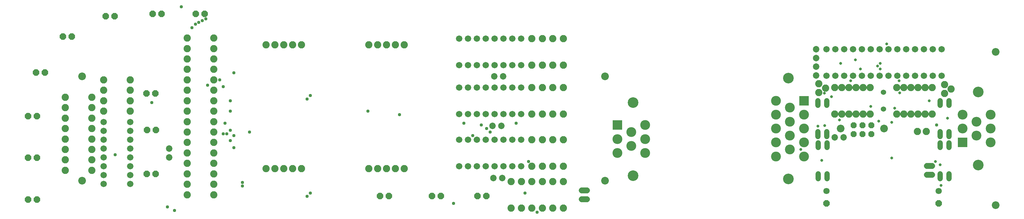
<source format=gbs>
%MOIN*%
%OFA0B0*%
%FSLAX34Y34*%
%IPPOS*%
%LPD*%
%AMOC8*
5,1,8,0,0,$1,22.5*%
%AMOC80*
5,1,8,0,0,$1,22.5*%
%ADD10C,0.086740157480314953*%
%ADD11C,0.060000000000000005*%
%ADD12C,0.082000000000000017*%
%ADD13C,0.072000000000000008*%
%ADD14C,0.060000000000000005*%
%ADD15C,0.073000000000000009*%
%ADD16R,0.11134645669291339X0.11134645669291339*%
%ADD17C,0.11134645669291339*%
%ADD18C,0.12020472440944882*%
%ADD19P,0.076849685039370091X8X292.5*%
%ADD20C,0.071*%
%ADD21C,0.068*%
%ADD22P,0.073602519685039378X8X22.5*%
%ADD23C,0.037779527559055122*%
%ADD24C,0.031874015748031496*%
%ADD35C,0.086740157480314953*%
%ADD36P,0.080096850393700791X8X22.5*%
%ADD37C,0.082000000000000017*%
%ADD38C,0.072000000000000008*%
%ADD39C,0.073000000000000009*%
%ADD40C,0.068*%
%ADD41R,0.11134645669291339X0.11134645669291339*%
%ADD42C,0.11134645669291339*%
%ADD43C,0.12020472440944882*%
%ADD44C,0.037779527559055122*%
G75*
%LPD*%
G01*
D10*
X0090551Y0005905D02*
X0116929Y0024409D03*
X0099409Y0015748D03*
X0116929Y0007086D03*
X0104330Y0015748D03*
D11*
X0096874Y0010610D02*
X0096874Y0010090D01*
X0097874Y0010090D02*
X0097874Y0010610D01*
X0097874Y0013610D02*
X0097874Y0014130D01*
X0096874Y0014130D02*
X0096874Y0013610D01*
D12*
X0098740Y0020397D03*
X0098740Y0017397D03*
X0099543Y0017397D03*
X0099543Y0020397D03*
D11*
X0110641Y0015370D02*
X0110641Y0014850D01*
X0111641Y0014850D02*
X0111641Y0015370D01*
X0111641Y0018370D02*
X0111641Y0018890D01*
X0110641Y0018890D02*
X0110641Y0018370D01*
D12*
X0111141Y0020716D03*
X0111891Y0020216D03*
X0111141Y0019716D03*
X0108960Y0017397D03*
X0108960Y0020397D03*
D11*
X0096862Y0015370D02*
X0096862Y0014850D01*
X0097862Y0014850D02*
X0097862Y0015370D01*
X0097862Y0018370D02*
X0097862Y0018890D01*
X0096862Y0018890D02*
X0096862Y0018370D01*
D12*
X0096968Y0020814D03*
X0097718Y0020314D03*
X0096968Y0019814D03*
X0100347Y0017397D03*
X0100347Y0020397D03*
D11*
X0110641Y0010610D02*
X0110641Y0010090D01*
X0111641Y0010090D02*
X0111641Y0010610D01*
X0111641Y0013610D02*
X0111641Y0014130D01*
X0110641Y0014130D02*
X0110641Y0013610D01*
D12*
X0108156Y0020397D03*
X0108156Y0017397D03*
X0101151Y0020397D03*
X0101151Y0017397D03*
X0107352Y0017397D03*
X0107352Y0020397D03*
X0106549Y0020397D03*
X0106549Y0017397D03*
D13*
X0110830Y0024728D03*
X0109830Y0024728D03*
X0108830Y0024728D03*
X0107830Y0024728D03*
X0106830Y0024728D03*
X0105830Y0024728D03*
X0104830Y0024728D03*
X0103830Y0024728D03*
X0102830Y0024728D03*
X0101830Y0024728D03*
X0100830Y0024728D03*
X0099830Y0024728D03*
X0098830Y0024728D03*
X0097830Y0024728D03*
X0097830Y0021728D03*
X0098830Y0021728D03*
X0099830Y0021728D03*
X0100830Y0021728D03*
X0101830Y0021728D03*
X0102830Y0021728D03*
X0103830Y0021728D03*
X0104830Y0021728D03*
X0105830Y0021728D03*
X0106830Y0021728D03*
X0107830Y0021728D03*
X0108830Y0021728D03*
X0109830Y0021728D03*
X0110830Y0021728D03*
D14*
X0104251Y0019847D03*
X0104251Y0017947D03*
D15*
X0096653Y0024712D03*
X0096653Y0023712D03*
X0096653Y0022744D03*
X0096653Y0021744D03*
D12*
X0105745Y0020397D03*
X0105745Y0017397D03*
X0108082Y0015433D03*
X0109082Y0015433D03*
X0102758Y0020397D03*
X0102758Y0017397D03*
D16*
X0095275Y0018897D03*
D17*
X0095275Y0017322D03*
X0095275Y0015748D03*
X0095275Y0014173D03*
X0095275Y0012598D03*
X0093700Y0018110D03*
X0093700Y0016535D03*
X0093700Y0014960D03*
X0093700Y0013385D03*
X0092125Y0018897D03*
X0092125Y0017322D03*
X0092125Y0015748D03*
X0092125Y0014173D03*
X0092125Y0012598D03*
D18*
X0093503Y0021456D03*
X0093503Y0010039D03*
D16*
X0113188Y0014173D03*
D17*
X0113188Y0015748D03*
X0113188Y0017322D03*
X0114763Y0014960D03*
X0114763Y0016535D03*
X0116338Y0014173D03*
X0116338Y0015748D03*
X0116338Y0017322D03*
D18*
X0114960Y0011614D03*
X0114960Y0019881D03*
D19*
X0097814Y0007272D03*
D20*
X0097814Y0008672D03*
D19*
X0110472Y0007272D03*
D20*
X0110472Y0008672D03*
D12*
X0101954Y0017397D03*
X0101954Y0020397D03*
X0109763Y0017397D03*
X0109763Y0020397D03*
D21*
X0109748Y0011523D02*
X0109148Y0011523D01*
X0109148Y0010523D02*
X0109748Y0010523D01*
D22*
X0100870Y0015129D03*
X0100870Y0016129D03*
X0101870Y0015129D03*
X0101870Y0016129D03*
X0102870Y0015129D03*
X0102870Y0016129D03*
D15*
X0099751Y0014763D03*
X0098751Y0014763D03*
D23*
X0110236Y0016141D03*
D24*
X0097626Y0016102D03*
X0096863Y0016033D03*
X0110668Y0011663D03*
X0097280Y0012148D03*
X0101095Y0023525D03*
X0103870Y0023109D03*
X0106020Y0021166D03*
X0097598Y0019747D03*
X0099430Y0023109D03*
X0100540Y0021166D03*
X0104633Y0025329D03*
X0094921Y0013397D03*
X0101650Y0022484D03*
X0103870Y0022484D03*
X0106090Y0019779D03*
X0109419Y0018877D03*
X0111500Y0016935D03*
X0103592Y0022831D03*
X0110737Y0009304D03*
X0102829Y0018253D03*
X0110113Y0012010D03*
X0099291Y0016727D03*
X0098390Y0019363D03*
X0105188Y0016449D03*
X0103731Y0016588D03*
X0105535Y0018045D03*
X0105188Y0012426D03*
G04 next file*
%LPD*%
G04 EAGLE Gerber RS-274X export*
G75*
G01*
D35*
X0005905Y0005905D02*
X0013779Y0009842D03*
X0013779Y0021653D03*
X0072834Y0009842D03*
X0072834Y0021653D03*
D36*
X0007672Y0007712D03*
X0008672Y0007712D03*
X0053271Y0008133D03*
X0054271Y0008133D03*
X0047429Y0008133D03*
X0048429Y0008133D03*
X0021082Y0010629D03*
X0022082Y0010629D03*
X0021106Y0015570D03*
X0022106Y0015570D03*
X0021051Y0019724D03*
X0022051Y0019724D03*
X0007672Y0012437D03*
X0008672Y0012437D03*
X0007672Y0017161D03*
X0008672Y0017161D03*
X0008573Y0022086D03*
X0009573Y0022086D03*
X0011609Y0026141D03*
X0012609Y0026141D03*
X0016452Y0028460D03*
X0017452Y0028460D03*
X0021749Y0028736D03*
X0022749Y0028736D03*
X0026614Y0028736D03*
X0027614Y0028736D03*
X0058405Y0008133D03*
X0059405Y0008133D03*
D37*
X0038566Y0025224D03*
X0037566Y0025224D03*
X0036566Y0025224D03*
X0035566Y0025224D03*
X0034566Y0025224D03*
X0038566Y0011224D03*
X0037566Y0011224D03*
X0036566Y0011224D03*
X0035566Y0011224D03*
X0034566Y0011224D03*
X0050137Y0025224D03*
X0049137Y0025224D03*
X0048137Y0025224D03*
X0047137Y0025224D03*
X0046137Y0025224D03*
X0050137Y0011224D03*
X0049137Y0011224D03*
X0048137Y0011224D03*
X0047137Y0011224D03*
X0046137Y0011224D03*
X0064566Y0025909D03*
X0064566Y0022909D03*
X0065748Y0025909D03*
X0065748Y0022909D03*
X0064566Y0017397D03*
X0064566Y0020397D03*
X0065748Y0017397D03*
X0065748Y0020397D03*
X0064566Y0011492D03*
X0064566Y0014492D03*
X0016216Y0021259D03*
X0019216Y0021259D03*
X0019216Y0020078D03*
X0016216Y0020078D03*
X0065748Y0011492D03*
X0065748Y0014492D03*
X0066929Y0022909D03*
X0066929Y0025909D03*
X0066929Y0020397D03*
X0066929Y0017397D03*
X0066929Y0014492D03*
X0066929Y0011492D03*
X0016216Y0018897D03*
X0019216Y0018897D03*
X0068110Y0025909D03*
X0068110Y0022909D03*
X0068110Y0017397D03*
X0068110Y0020397D03*
X0068110Y0011492D03*
X0068110Y0014492D03*
X0016216Y0017716D03*
X0019216Y0017716D03*
X0025665Y0024803D03*
X0028665Y0024803D03*
X0025665Y0025984D03*
X0028665Y0025984D03*
X0025665Y0017716D03*
X0028665Y0017716D03*
X0025665Y0018897D03*
X0028665Y0018897D03*
X0025665Y0023622D03*
X0028665Y0023622D03*
X0025665Y0021259D03*
X0028665Y0021259D03*
X0025665Y0022440D03*
X0028665Y0022440D03*
X0025665Y0020078D03*
X0028665Y0020078D03*
X0028665Y0012992D03*
X0025665Y0012992D03*
X0028665Y0011811D03*
X0025665Y0011811D03*
X0025665Y0009448D03*
X0028665Y0009448D03*
X0025665Y0008267D03*
X0028665Y0008267D03*
X0028665Y0014173D03*
X0025665Y0014173D03*
X0028665Y0016535D03*
X0025665Y0016535D03*
X0028665Y0015354D03*
X0025665Y0015354D03*
X0025665Y0010629D03*
X0028665Y0010629D03*
X0014885Y0012204D03*
X0011885Y0012204D03*
X0014885Y0011023D03*
X0011885Y0011023D03*
X0014885Y0016929D03*
X0011885Y0016929D03*
X0014885Y0015748D03*
X0011885Y0015748D03*
X0014885Y0014566D03*
X0011885Y0014566D03*
X0014885Y0019291D03*
X0011885Y0019291D03*
X0014885Y0018110D03*
X0011885Y0018110D03*
X0014885Y0013385D03*
X0011885Y0013385D03*
X0064566Y0006767D03*
X0064566Y0009767D03*
X0065748Y0009767D03*
X0065748Y0006767D03*
X0066929Y0009767D03*
X0066929Y0006767D03*
X0063385Y0006767D03*
X0063385Y0009767D03*
X0062204Y0006767D03*
X0062204Y0009767D03*
X0068110Y0009767D03*
X0068110Y0006767D03*
D38*
X0056342Y0025909D03*
X0057342Y0025909D03*
X0058342Y0025909D03*
X0059342Y0025909D03*
X0060342Y0025909D03*
X0061342Y0025909D03*
X0062342Y0025909D03*
X0063342Y0025909D03*
X0063342Y0022909D03*
X0062342Y0022909D03*
X0061342Y0022909D03*
X0060342Y0022909D03*
X0059342Y0022909D03*
X0058342Y0022909D03*
X0057342Y0022909D03*
X0056342Y0022909D03*
X0056342Y0020397D03*
X0057342Y0020397D03*
X0058342Y0020397D03*
X0059342Y0020397D03*
X0060342Y0020397D03*
X0061342Y0020397D03*
X0062342Y0020397D03*
X0063342Y0020397D03*
X0063342Y0017397D03*
X0062342Y0017397D03*
X0061342Y0017397D03*
X0060342Y0017397D03*
X0059342Y0017397D03*
X0058342Y0017397D03*
X0057342Y0017397D03*
X0056342Y0017397D03*
X0016216Y0009492D03*
X0016216Y0010492D03*
X0016216Y0011492D03*
X0016216Y0012492D03*
X0016216Y0013492D03*
X0016216Y0014492D03*
X0016216Y0015492D03*
X0016216Y0016492D03*
X0019216Y0016492D03*
X0019216Y0015492D03*
X0019216Y0014492D03*
X0019216Y0013492D03*
X0019216Y0012492D03*
X0019216Y0011492D03*
X0019216Y0010492D03*
X0019216Y0009492D03*
X0056342Y0014492D03*
X0057342Y0014492D03*
X0058342Y0014492D03*
X0059342Y0014492D03*
X0060342Y0014492D03*
X0061342Y0014492D03*
X0062342Y0014492D03*
X0063342Y0014492D03*
X0063342Y0011492D03*
X0062342Y0011492D03*
X0061342Y0011492D03*
X0060342Y0011492D03*
X0059342Y0011492D03*
X0058342Y0011492D03*
X0057342Y0011492D03*
X0056342Y0011492D03*
D39*
X0060326Y0021653D03*
X0061326Y0021653D03*
X0060129Y0016043D03*
X0061129Y0016043D03*
X0023622Y0013492D03*
X0023622Y0012492D03*
X0060228Y0010137D03*
X0061228Y0010137D03*
D40*
X0070172Y0008767D02*
X0070772Y0008767D01*
X0070772Y0007767D02*
X0070172Y0007767D01*
D41*
X0074212Y0016141D03*
D42*
X0074212Y0014566D03*
X0074212Y0012992D03*
X0075787Y0015354D03*
X0075787Y0013779D03*
X0077362Y0016141D03*
X0077362Y0014566D03*
X0077362Y0012992D03*
D43*
X0075984Y0018700D03*
X0075984Y0010433D03*
D44*
X0062795Y0016338D03*
X0026181Y0027165D03*
X0026574Y0027559D03*
X0026968Y0027755D03*
X0027362Y0027952D03*
X0027755Y0028149D03*
X0025000Y0029527D03*
X0029921Y0016338D03*
X0049606Y0017322D03*
X0029330Y0021259D03*
X0027952Y0020669D03*
X0056889Y0016338D03*
X0029724Y0015157D03*
X0057874Y0014960D03*
X0030905Y0014960D03*
X0030905Y0013582D03*
X0058858Y0016141D03*
X0030511Y0015551D03*
X0030511Y0014370D03*
X0039566Y0019488D03*
X0039566Y0008464D03*
X0039173Y0019094D03*
X0039173Y0008070D03*
X0059448Y0015748D03*
X0030118Y0015157D03*
X0030511Y0018897D03*
X0030511Y0017716D03*
X0064173Y0012007D03*
X0065157Y0006299D03*
X0024212Y0006496D03*
X0055708Y0007283D03*
X0017519Y0012795D03*
X0059842Y0015354D03*
X0032677Y0015354D03*
X0030905Y0022047D03*
X0021653Y0018700D03*
X0031889Y0009251D03*
X0023425Y0006889D03*
X0063779Y0008464D03*
X0029724Y0020472D03*
X0046062Y0017716D03*
X0031889Y0009645D03*
M02*
</source>
